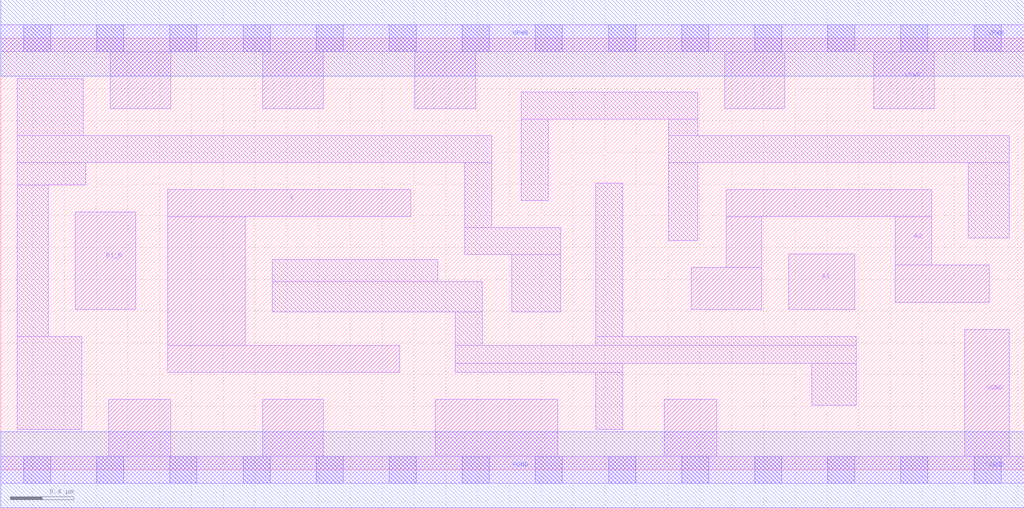
<source format=lef>
# Copyright 2020 The SkyWater PDK Authors
#
# Licensed under the Apache License, Version 2.0 (the "License");
# you may not use this file except in compliance with the License.
# You may obtain a copy of the License at
#
#     https://www.apache.org/licenses/LICENSE-2.0
#
# Unless required by applicable law or agreed to in writing, software
# distributed under the License is distributed on an "AS IS" BASIS,
# WITHOUT WARRANTIES OR CONDITIONS OF ANY KIND, either express or implied.
# See the License for the specific language governing permissions and
# limitations under the License.
#
# SPDX-License-Identifier: Apache-2.0

VERSION 5.7 ;
  NAMESCASESENSITIVE ON ;
  NOWIREEXTENSIONATPIN ON ;
  DIVIDERCHAR "/" ;
  BUSBITCHARS "[]" ;
UNITS
  DATABASE MICRONS 200 ;
END UNITS
PROPERTYDEFINITIONS
  MACRO maskLayoutSubType STRING ;
  MACRO prCellType STRING ;
  MACRO originalViewName STRING ;
END PROPERTYDEFINITIONS
MACRO sky130_fd_sc_hdll__a21bo_4
  CLASS CORE ;
  FOREIGN sky130_fd_sc_hdll__a21bo_4 ;
  ORIGIN  0.000000  0.000000 ;
  SIZE  6.440000 BY  2.720000 ;
  SYMMETRY X Y R90 ;
  SITE unithd ;
  PIN A1
    ANTENNAGATEAREA  0.555000 ;
    DIRECTION INPUT ;
    USE SIGNAL ;
    PORT
      LAYER li1 ;
        RECT 4.960000 1.010000 5.375000 1.360000 ;
    END
  END A1
  PIN A2
    ANTENNAGATEAREA  0.555000 ;
    DIRECTION INPUT ;
    USE SIGNAL ;
    PORT
      LAYER li1 ;
        RECT 4.345000 1.010000 4.790000 1.275000 ;
        RECT 4.565000 1.275000 4.790000 1.595000 ;
        RECT 4.565000 1.595000 5.860000 1.765000 ;
        RECT 5.630000 1.055000 6.220000 1.290000 ;
        RECT 5.630000 1.290000 5.860000 1.595000 ;
    END
  END A2
  PIN B1_N
    ANTENNAGATEAREA  0.277500 ;
    DIRECTION INPUT ;
    USE SIGNAL ;
    PORT
      LAYER li1 ;
        RECT 0.470000 1.010000 0.850000 1.625000 ;
    END
  END B1_N
  PIN VGND
    ANTENNADIFFAREA  1.423500 ;
    DIRECTION INOUT ;
    USE SIGNAL ;
    PORT
      LAYER li1 ;
        RECT 0.000000 -0.085000 6.440000 0.085000 ;
        RECT 0.680000  0.085000 1.070000 0.445000 ;
        RECT 1.650000  0.085000 2.030000 0.445000 ;
        RECT 2.735000  0.085000 3.505000 0.445000 ;
        RECT 4.175000  0.085000 4.505000 0.445000 ;
        RECT 6.065000  0.085000 6.345000 0.885000 ;
      LAYER mcon ;
        RECT 0.145000 -0.085000 0.315000 0.085000 ;
        RECT 0.605000 -0.085000 0.775000 0.085000 ;
        RECT 1.065000 -0.085000 1.235000 0.085000 ;
        RECT 1.525000 -0.085000 1.695000 0.085000 ;
        RECT 1.985000 -0.085000 2.155000 0.085000 ;
        RECT 2.445000 -0.085000 2.615000 0.085000 ;
        RECT 2.905000 -0.085000 3.075000 0.085000 ;
        RECT 3.365000 -0.085000 3.535000 0.085000 ;
        RECT 3.825000 -0.085000 3.995000 0.085000 ;
        RECT 4.285000 -0.085000 4.455000 0.085000 ;
        RECT 4.745000 -0.085000 4.915000 0.085000 ;
        RECT 5.205000 -0.085000 5.375000 0.085000 ;
        RECT 5.665000 -0.085000 5.835000 0.085000 ;
        RECT 6.125000 -0.085000 6.295000 0.085000 ;
      LAYER met1 ;
        RECT 0.000000 -0.240000 6.440000 0.240000 ;
    END
  END VGND
  PIN VPWR
    ANTENNADIFFAREA  1.470000 ;
    DIRECTION INOUT ;
    USE SIGNAL ;
    PORT
      LAYER li1 ;
        RECT 0.000000 2.635000 6.440000 2.805000 ;
        RECT 0.690000 2.275000 1.070000 2.635000 ;
        RECT 1.650000 2.275000 2.030000 2.635000 ;
        RECT 2.605000 2.275000 2.990000 2.635000 ;
        RECT 4.555000 2.275000 4.935000 2.635000 ;
        RECT 5.495000 2.275000 5.875000 2.635000 ;
      LAYER mcon ;
        RECT 0.145000 2.635000 0.315000 2.805000 ;
        RECT 0.605000 2.635000 0.775000 2.805000 ;
        RECT 1.065000 2.635000 1.235000 2.805000 ;
        RECT 1.525000 2.635000 1.695000 2.805000 ;
        RECT 1.985000 2.635000 2.155000 2.805000 ;
        RECT 2.445000 2.635000 2.615000 2.805000 ;
        RECT 2.905000 2.635000 3.075000 2.805000 ;
        RECT 3.365000 2.635000 3.535000 2.805000 ;
        RECT 3.825000 2.635000 3.995000 2.805000 ;
        RECT 4.285000 2.635000 4.455000 2.805000 ;
        RECT 4.745000 2.635000 4.915000 2.805000 ;
        RECT 5.205000 2.635000 5.375000 2.805000 ;
        RECT 5.665000 2.635000 5.835000 2.805000 ;
        RECT 6.125000 2.635000 6.295000 2.805000 ;
      LAYER met1 ;
        RECT 0.000000 2.480000 6.440000 2.960000 ;
    END
  END VPWR
  PIN X
    ANTENNADIFFAREA  1.029000 ;
    DIRECTION OUTPUT ;
    USE SIGNAL ;
    PORT
      LAYER li1 ;
        RECT 1.050000 0.615000 2.510000 0.785000 ;
        RECT 1.050000 0.785000 1.540000 1.595000 ;
        RECT 1.050000 1.595000 2.580000 1.765000 ;
    END
  END X
  OBS
    LAYER li1 ;
      RECT 0.105000 0.255000 0.510000 0.840000 ;
      RECT 0.105000 0.840000 0.300000 1.795000 ;
      RECT 0.105000 1.795000 0.535000 1.935000 ;
      RECT 0.105000 1.935000 3.090000 2.105000 ;
      RECT 0.105000 2.105000 0.520000 2.465000 ;
      RECT 1.710000 0.995000 3.030000 1.185000 ;
      RECT 1.710000 1.185000 2.750000 1.325000 ;
      RECT 2.860000 0.615000 3.915000 0.670000 ;
      RECT 2.860000 0.670000 5.385000 0.785000 ;
      RECT 2.860000 0.785000 3.030000 0.995000 ;
      RECT 2.920000 1.355000 3.525000 1.525000 ;
      RECT 2.920000 1.525000 3.090000 1.935000 ;
      RECT 3.215000 0.995000 3.525000 1.355000 ;
      RECT 3.275000 1.695000 3.445000 2.210000 ;
      RECT 3.275000 2.210000 4.385000 2.380000 ;
      RECT 3.745000 0.255000 3.915000 0.615000 ;
      RECT 3.745000 0.785000 5.385000 0.840000 ;
      RECT 3.745000 0.840000 3.915000 1.805000 ;
      RECT 4.205000 1.445000 4.385000 1.935000 ;
      RECT 4.205000 1.935000 6.345000 2.105000 ;
      RECT 4.205000 2.105000 4.385000 2.210000 ;
      RECT 5.105000 0.405000 5.385000 0.670000 ;
      RECT 6.090000 1.460000 6.345000 1.935000 ;
  END
  PROPERTY maskLayoutSubType "abstract" ;
  PROPERTY prCellType "standard" ;
  PROPERTY originalViewName "layout" ;
END sky130_fd_sc_hdll__a21bo_4

</source>
